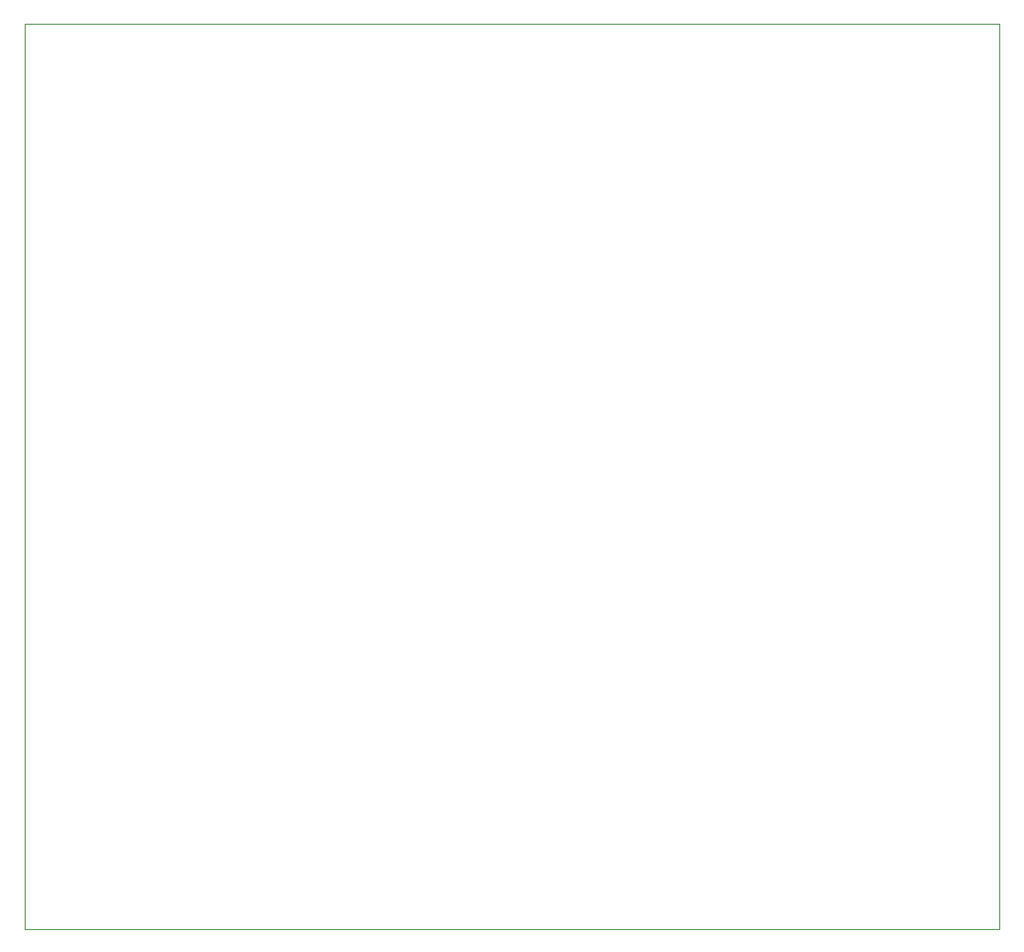
<source format=gbr>
%TF.GenerationSoftware,KiCad,Pcbnew,(5.1.9)-1*%
%TF.CreationDate,2021-05-02T00:53:09+10:00*%
%TF.ProjectId,RedPyKeeb_MCU,52656450-794b-4656-9562-5f4d43552e6b,rev?*%
%TF.SameCoordinates,Original*%
%TF.FileFunction,Profile,NP*%
%FSLAX46Y46*%
G04 Gerber Fmt 4.6, Leading zero omitted, Abs format (unit mm)*
G04 Created by KiCad (PCBNEW (5.1.9)-1) date 2021-05-02 00:53:09*
%MOMM*%
%LPD*%
G01*
G04 APERTURE LIST*
%TA.AperFunction,Profile*%
%ADD10C,0.100000*%
%TD*%
G04 APERTURE END LIST*
D10*
X129540000Y-25400000D02*
X129540000Y-109220000D01*
X39370000Y-25400000D02*
X129540000Y-25400000D01*
X39370000Y-109220000D02*
X39370000Y-25400000D01*
X129540000Y-109220000D02*
X39370000Y-109220000D01*
M02*

</source>
